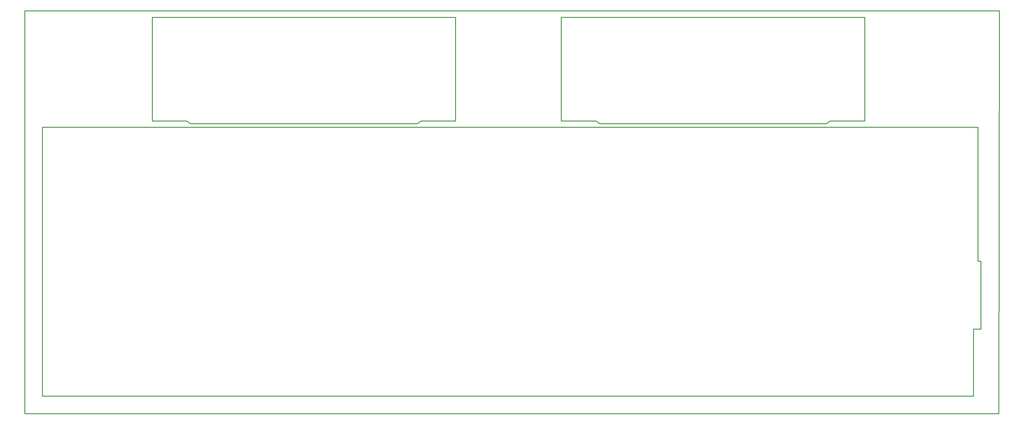
<source format=gko>
G04 Layer: BoardOutlineLayer*
G04 EasyEDA v6.5.34, 2023-08-10 18:14:54*
G04 20bccd1edbbc44acb32006424f2ee6ce,5a6b42c53f6a479593ecc07194224c93,10*
G04 Gerber Generator version 0.2*
G04 Scale: 100 percent, Rotated: No, Reflected: No *
G04 Dimensions in millimeters *
G04 leading zeros omitted , absolute positions ,4 integer and 5 decimal *
%FSLAX45Y45*%
%MOMM*%

%ADD10C,0.2540*%
D10*
X0Y9004300D02*
G01*
X0Y11455400D01*
X27698700Y11455400D01*
X27686000Y0D01*
X0Y0D01*
X0Y9004300D01*
X495300Y8140700D02*
G01*
X495300Y495300D01*
X495300Y495300D02*
G01*
X26962100Y495300D01*
X26962100Y495300D02*
G01*
X26962100Y2400300D01*
X26962100Y2400300D02*
G01*
X27178000Y2400300D01*
X27178000Y2400300D02*
G01*
X27178000Y4330700D01*
X27178000Y4330700D02*
G01*
X27089100Y4330700D01*
X27089100Y4330700D02*
G01*
X27089100Y8140700D01*
X27089100Y8140700D02*
G01*
X495300Y8140700D01*
X3619500Y11264900D02*
G01*
X3619500Y8318500D01*
X3619500Y8318500D02*
G01*
X4597400Y8318500D01*
X4597400Y8318500D02*
G01*
X4711700Y8242300D01*
X4711700Y8242300D02*
G01*
X11150600Y8242300D01*
X11150600Y8242300D02*
G01*
X11264900Y8318500D01*
X11264900Y8318500D02*
G01*
X12242800Y8318500D01*
X12242800Y8318500D02*
G01*
X12242800Y11264900D01*
X12242800Y11264900D02*
G01*
X3619500Y11264900D01*
X15246350Y11264900D02*
G01*
X15246350Y8318500D01*
X15246350Y8318500D02*
G01*
X16224250Y8318500D01*
X16224250Y8318500D02*
G01*
X16338550Y8242300D01*
X16338550Y8242300D02*
G01*
X22777450Y8242300D01*
X22777450Y8242300D02*
G01*
X22891750Y8318500D01*
X22891750Y8318500D02*
G01*
X23869650Y8318500D01*
X23869650Y8318500D02*
G01*
X23869650Y11264900D01*
X23869650Y11264900D02*
G01*
X15246350Y11264900D01*

%LPD*%
M02*

</source>
